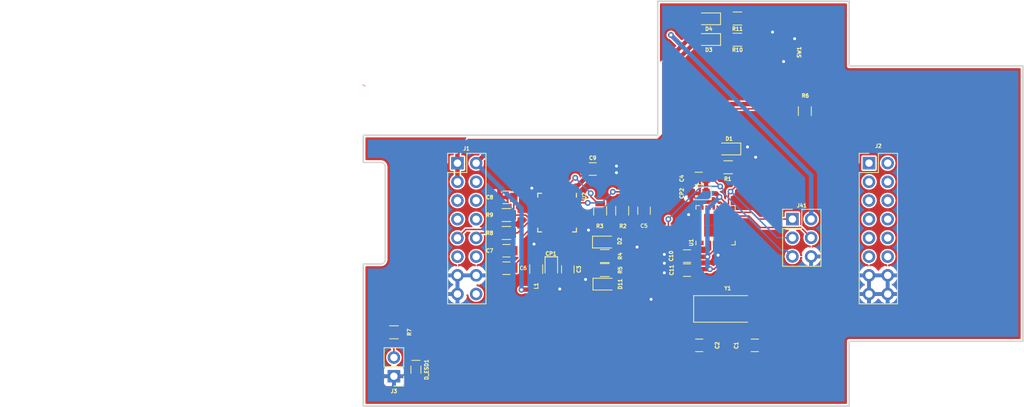
<source format=kicad_pcb>
(kicad_pcb (version 20171130) (host pcbnew 6.0.0-rc1-unknown-62e2fe8~66~ubuntu16.04.1)
  (layers (0 F.Cu signal) (31 B.Cu signal) (34 B.Paste user hide) (35 F.Paste user hide) (36 B.SilkS user hide) (37 F.SilkS user hide) (38 B.Mask user hide) (39 F.Mask user hide) (44 Edge.Cuts user))
  (net 0 "")
  (net 1 GND)
  (net 2 +5V)
  (net 3 VDD)
  (net 4 /USB_B+)
  (net 5 /USB_B-)
  (net 6 /D3)
  (net 7 /D1-TX)
  (net 8 /D0-RX)
  (net 9 /RESET)
  (net 10 /D13-SCK)
  (net 11 /D12-MISO)
  (net 12 /D11-MOSI)
  (net 13 "Net-(C1-Pad1)")
  (net 14 "Net-(C2-Pad1)")
  (net 15 /RX)
  (net 16 "Net-(C5-Pad1)")
  (net 17 /TX)
  (net 18 "Net-(D1-Pad2)")
  (net 19 "Net-(D2-Pad1)")
  (net 20 "Net-(D11-Pad1)")
  (net 21 "Net-(J3-Pad2)")
  (net 22 "Net-(R4-Pad1)")
  (net 23 "Net-(R5-Pad1)")
  (net 24 "Net-(C7-Pad1)")
  (net 25 "Net-(C8-Pad2)")
  (net 26 "Net-(D3-Pad1)")
  (net 27 "Net-(D4-Pad1)")
  (net 28 "Net-(C6-Pad2)")
  (net 29 /FT_VCC)
  (module MIR:C_0805 (layer F.Cu) (at 100.475001 157.4)
    (fp_text reference C9 (at 0 -1.5) (layer F.SilkS) (effects (font (size 0.5 0.5) (thickness 0.125))))
    (fp_text value 0.1uF)
    (pad 1 smd rect (at -1 0) (size 1 1.25) (layers F.Cu F.Paste F.Mask) (net 3 VDD))
    (pad 2 smd rect (at 1 0) (size 1 1.25) (layers F.Cu F.Paste F.Mask) (net 1 GND))
  )
  (module "MIR:EXTERNAL ELEMENT" (layer F.Cu) (at 109.45 157.95)
    (fp_text reference D5 hide)
    (fp_text value LED_IR)
  )
  (module MIR:Crystal_SMD_Abracon_ABM3-2pin_5.0x3.2mm_HandSoldering (layer F.Cu) (at 118.8085 176.403)
    (fp_text reference Y1 (at 0 -2.8) (layer F.SilkS) (effects (font (size 0.5 0.5) (thickness 0.125))))
    (fp_text value 16MHz)
    (pad 2 smd rect (at 2.7625 0) (size 3.325 2.4) (layers F.Cu F.Paste F.Mask) (net 13 "Net-(C1-Pad1)"))
    (pad 1 smd rect (at -2.7625 0) (size 3.325 2.4) (layers F.Cu F.Paste F.Mask) (net 14 "Net-(C2-Pad1)"))
  )
  (module MIR:C_0805 (layer F.Cu) (at 113.284 171.1325 180)
    (fp_text reference C11 (at 2.0955 0 270) (layer F.SilkS) (effects (font (size 0.5 0.5) (thickness 0.125))))
    (fp_text value 0.1uF)
    (pad 1 smd rect (at -1 0 180) (size 1 1.25) (layers F.Cu F.Paste F.Mask) (net 3 VDD))
    (pad 2 smd rect (at 1 0 180) (size 1 1.25) (layers F.Cu F.Paste F.Mask) (net 1 GND))
  )
  (module MIR:C_0805 (layer F.Cu) (at 113.284 169.2275 180)
    (fp_text reference C10 (at 2.159 0 270) (layer F.SilkS) (effects (font (size 0.5 0.5) (thickness 0.125))))
    (fp_text value 0.1uF)
    (pad 1 smd rect (at -1 0 180) (size 1 1.25) (layers F.Cu F.Paste F.Mask) (net 3 VDD))
    (pad 2 smd rect (at 1 0 180) (size 1 1.25) (layers F.Cu F.Paste F.Mask) (net 1 GND))
  )
  (module MIR:C_0805 (layer F.Cu) (at 107.442 163.068 270)
    (fp_text reference C5 (at 2.048 0) (layer F.SilkS) (effects (font (size 0.5 0.5) (thickness 0.1))))
    (fp_text value 0.1uF)
    (pad 1 smd rect (at -1 0 270) (size 1 1.25) (layers F.Cu F.Paste F.Mask) (net 16 "Net-(C5-Pad1)"))
    (pad 2 smd rect (at 1 0 270) (size 1 1.25) (layers F.Cu F.Paste F.Mask) (net 9 /RESET))
  )
  (module MIR:R_0805 (layer F.Cu) (at 88.753 163.655285)
    (fp_text reference R9 (at -2.2835 -0.0127) (layer F.SilkS) (effects (font (size 0.5 0.5) (thickness 0.125))))
    (fp_text value 27R)
    (pad 1 smd rect (at -0.95 0) (size 0.7 1.3) (layers F.Cu F.Paste F.Mask) (net 4 /USB_B+))
    (pad 2 smd rect (at 0.95 0) (size 0.7 1.3) (layers F.Cu F.Paste F.Mask) (net 25 "Net-(C8-Pad2)"))
  )
  (module MIR:R_0805 (layer F.Cu) (at 88.753 166.09057)
    (fp_text reference R8 (at -2.2835 0.0081) (layer F.SilkS) (effects (font (size 0.5 0.5) (thickness 0.125))))
    (fp_text value 27R)
    (pad 1 smd rect (at -0.95 0) (size 0.7 1.3) (layers F.Cu F.Paste F.Mask) (net 5 /USB_B-))
    (pad 2 smd rect (at 0.95 0) (size 0.7 1.3) (layers F.Cu F.Paste F.Mask) (net 24 "Net-(C7-Pad1)"))
  )
  (module MIR:C_0805 (layer F.Cu) (at 88.753 168.495855 180)
    (fp_text reference C7 (at 2.2835 0 180) (layer F.SilkS) (effects (font (size 0.5 0.5) (thickness 0.125))))
    (fp_text value 47pF)
    (pad 1 smd rect (at -1 0 180) (size 1 1.25) (layers F.Cu F.Paste F.Mask) (net 24 "Net-(C7-Pad1)"))
    (pad 2 smd rect (at 1 0 180) (size 1 1.25) (layers F.Cu F.Paste F.Mask) (net 1 GND))
  )
  (module MIR:C_0805 (layer F.Cu) (at 88.753 161.25)
    (fp_text reference C8 (at -2.2835 -0.0046) (layer F.SilkS) (effects (font (size 0.5 0.5) (thickness 0.125))))
    (fp_text value 47pF)
    (pad 1 smd rect (at -1 0) (size 1 1.25) (layers F.Cu F.Paste F.Mask) (net 1 GND))
    (pad 2 smd rect (at 1 0) (size 1 1.25) (layers F.Cu F.Paste F.Mask) (net 25 "Net-(C8-Pad2)"))
  )
  (module MIR:C_0805 (layer F.Cu) (at 88.753 170.87114)
    (fp_text reference C6 (at 2.2835 -0.0127) (layer F.SilkS) (effects (font (size 0.5 0.5) (thickness 0.1))))
    (fp_text value 0.1uF)
    (pad 1 smd rect (at -1 0) (size 1 1.25) (layers F.Cu F.Paste F.Mask) (net 1 GND))
    (pad 2 smd rect (at 1 0) (size 1 1.25) (layers F.Cu F.Paste F.Mask) (net 28 "Net-(C6-Pad2)"))
  )
  (module MIR:R_0805 (layer F.Cu) (at 92.8 171 270)
    (fp_text reference L1 (at 2.2835 0 270) (layer F.SilkS) (effects (font (size 0.5 0.5) (thickness 0.125))))
    (fp_text value BLM21PG221SN1D)
    (pad 1 smd rect (at -0.95 0 270) (size 0.7 1.3) (layers F.Cu F.Paste F.Mask) (net 29 /FT_VCC))
    (pad 2 smd rect (at 0.95 0 270) (size 0.7 1.3) (layers F.Cu F.Paste F.Mask) (net 3 VDD))
  )
  (module MIR:Pin_Header_Straight_2x08_Pitch2.54mm (layer F.Cu) (at 82.1 156.6)
    (fp_text reference J1 (at 1.212 -1.9775) (layer F.SilkS) (effects (font (size 0.5 0.5) (thickness 0.125))))
    (fp_text value CONN_02X08)
    (pad 16 thru_hole oval (at 2.54 17.78) (size 1.7 1.7) (drill 1) (layers *.Cu *.Mask))
    (pad 15 thru_hole oval (at 0 17.78) (size 1.7 1.7) (drill 1) (layers *.Cu *.Mask) (net 1 GND))
    (pad 14 thru_hole oval (at 2.54 15.24) (size 1.7 1.7) (drill 1) (layers *.Cu *.Mask) (net 1 GND))
    (pad 13 thru_hole oval (at 0 15.24) (size 1.7 1.7) (drill 1) (layers *.Cu *.Mask) (net 1 GND))
    (pad 12 thru_hole oval (at 2.54 12.7) (size 1.7 1.7) (drill 1) (layers *.Cu *.Mask))
    (pad 11 thru_hole oval (at 0 12.7) (size 1.7 1.7) (drill 1) (layers *.Cu *.Mask))
    (pad 10 thru_hole oval (at 2.54 10.16) (size 1.7 1.7) (drill 1) (layers *.Cu *.Mask) (net 5 /USB_B-))
    (pad 9 thru_hole oval (at 0 10.16) (size 1.7 1.7) (drill 1) (layers *.Cu *.Mask) (net 4 /USB_B+))
    (pad 8 thru_hole oval (at 2.54 7.62) (size 1.7 1.7) (drill 1) (layers *.Cu *.Mask))
    (pad 7 thru_hole oval (at 0 7.62) (size 1.7 1.7) (drill 1) (layers *.Cu *.Mask))
    (pad 6 thru_hole oval (at 2.54 5.08) (size 1.7 1.7) (drill 1) (layers *.Cu *.Mask))
    (pad 5 thru_hole oval (at 0 5.08) (size 1.7 1.7) (drill 1) (layers *.Cu *.Mask))
    (pad 4 thru_hole oval (at 2.54 2.54) (size 1.7 1.7) (drill 1) (layers *.Cu *.Mask))
    (pad 3 thru_hole oval (at 0 2.54) (size 1.7 1.7) (drill 1) (layers *.Cu *.Mask) (net 2 +5V))
    (pad 2 thru_hole oval (at 2.54 0) (size 1.7 1.7) (drill 1) (layers *.Cu *.Mask) (net 3 VDD))
    (pad 1 thru_hole rect (at 0 0) (size 1.7 1.7) (drill 1) (layers *.Cu *.Mask) (net 2 +5V))
  )
  (module MIR:D_0805 (layer F.Cu) (at 102.108 173.0375)
    (fp_text reference D11 (at 2.0955 0 -270) (layer F.SilkS) (effects (font (size 0.5 0.5) (thickness 0.125))))
    (fp_text value KPT-2012EC)
    (pad 2 smd rect (at 1.05 0) (size 0.8 0.9) (layers F.Cu F.Paste F.Mask) (net 3 VDD))
    (pad 1 smd rect (at -1.05 0) (size 0.8 0.9) (layers F.Cu F.Paste F.Mask) (net 20 "Net-(D11-Pad1)"))
  )
  (module MIR:R_0805 (layer F.Cu) (at 120.132425 136.957842 180)
    (fp_text reference R11 (at 0 -1.408658 180) (layer F.SilkS) (effects (font (size 0.5 0.5) (thickness 0.125))))
    (fp_text value 330R)
    (pad 1 smd rect (at -0.95 0 180) (size 0.7 1.3) (layers F.Cu F.Paste F.Mask) (net 1 GND))
    (pad 2 smd rect (at 0.95 0 180) (size 0.7 1.3) (layers F.Cu F.Paste F.Mask) (net 27 "Net-(D4-Pad1)"))
  )
  (module MIR:R_0805 (layer F.Cu) (at 120.132425 139.837842 180)
    (fp_text reference R10 (at 0 -1.386158 180) (layer F.SilkS) (effects (font (size 0.5 0.5) (thickness 0.125))))
    (fp_text value 330R)
    (pad 1 smd rect (at -0.95 0 180) (size 0.7 1.3) (layers F.Cu F.Paste F.Mask) (net 1 GND))
    (pad 2 smd rect (at 0.95 0 180) (size 0.7 1.3) (layers F.Cu F.Paste F.Mask) (net 26 "Net-(D3-Pad1)"))
  )
  (module MIR:D_0805 (layer F.Cu) (at 116.240925 136.999342 180)
    (fp_text reference D4 (at 0 -1.367158 180) (layer F.SilkS) (effects (font (size 0.5 0.5) (thickness 0.125))))
    (fp_text value KPT-2012EC)
    (pad 2 smd rect (at 1.05 0 180) (size 0.8 0.9) (layers F.Cu F.Paste F.Mask) (net 2 +5V))
    (pad 1 smd rect (at -1.05 0 180) (size 0.8 0.9) (layers F.Cu F.Paste F.Mask) (net 27 "Net-(D4-Pad1)"))
  )
  (module MIR:D_0805 (layer F.Cu) (at 116.240925 139.809342 180)
    (fp_text reference D3 (at 0 -1.414658 180) (layer F.SilkS) (effects (font (size 0.5 0.5) (thickness 0.125))))
    (fp_text value KPT-2012SGC)
    (pad 2 smd rect (at 1.05 0 180) (size 0.8 0.9) (layers F.Cu F.Paste F.Mask) (net 3 VDD))
    (pad 1 smd rect (at -1.05 0 180) (size 0.8 0.9) (layers F.Cu F.Paste F.Mask) (net 26 "Net-(D3-Pad1)"))
  )
  (module MIR:WQFN-32-1EP_5x5mm_Pitch0.5mm (layer F.Cu) (at 117.1575 165.0365 90)
    (fp_text reference U1 (at -2.3495 -3.302 90) (layer F.SilkS) (effects (font (size 0.5 0.5) (thickness 0.125))))
    (fp_text value ATmega328P-MU)
    (pad 33 smd rect (at 0.775 0.775 90) (size 1.55 1.55) (layers F.Cu F.Paste F.Mask))
    (pad 32 smd rect (at -1.75 -2.4 90) (size 0.25 0.6) (layers F.Cu F.Paste F.Mask))
    (pad 31 smd rect (at -1.25 -2.4 90) (size 0.25 0.6) (layers F.Cu F.Paste F.Mask) (net 7 /D1-TX))
    (pad 30 smd rect (at -0.75 -2.4 90) (size 0.25 0.6) (layers F.Cu F.Paste F.Mask) (net 8 /D0-RX))
    (pad 29 smd rect (at -0.25 -2.4 90) (size 0.25 0.6) (layers F.Cu F.Paste F.Mask) (net 9 /RESET))
    (pad 28 smd rect (at 0.25 -2.4 90) (size 0.25 0.6) (layers F.Cu F.Paste F.Mask))
    (pad 27 smd rect (at 0.75 -2.4 90) (size 0.25 0.6) (layers F.Cu F.Paste F.Mask))
    (pad 26 smd rect (at 1.25 -2.4 90) (size 0.25 0.6) (layers F.Cu F.Paste F.Mask))
    (pad 25 smd rect (at 1.75 -2.4 90) (size 0.25 0.6) (layers F.Cu F.Paste F.Mask))
    (pad 24 smd rect (at 2.4 -1.75 180) (size 0.25 0.6) (layers F.Cu F.Paste F.Mask))
    (pad 23 smd rect (at 2.4 -1.25 180) (size 0.25 0.6) (layers F.Cu F.Paste F.Mask))
    (pad 22 smd rect (at 2.4 -0.75 180) (size 0.25 0.6) (layers F.Cu F.Paste F.Mask))
    (pad 21 smd rect (at 2.4 -0.25 180) (size 0.25 0.6) (layers F.Cu F.Paste F.Mask) (net 1 GND))
    (pad 20 smd rect (at 2.4 0.25 180) (size 0.25 0.6) (layers F.Cu F.Paste F.Mask))
    (pad 19 smd rect (at 2.4 0.75 180) (size 0.25 0.6) (layers F.Cu F.Paste F.Mask))
    (pad 18 smd rect (at 2.4 1.25 180) (size 0.25 0.6) (layers F.Cu F.Paste F.Mask) (net 3 VDD))
    (pad 17 smd rect (at 2.4 1.75 180) (size 0.25 0.6) (layers F.Cu F.Paste F.Mask) (net 10 /D13-SCK))
    (pad 16 smd rect (at 1.75 2.4 90) (size 0.25 0.6) (layers F.Cu F.Paste F.Mask) (net 11 /D12-MISO))
    (pad 15 smd rect (at 1.25 2.4 90) (size 0.25 0.6) (layers F.Cu F.Paste F.Mask) (net 12 /D11-MOSI))
    (pad 14 smd rect (at 0.75 2.4 90) (size 0.25 0.6) (layers F.Cu F.Paste F.Mask))
    (pad 13 smd rect (at 0.25 2.4 90) (size 0.25 0.6) (layers F.Cu F.Paste F.Mask))
    (pad 12 smd rect (at -0.25 2.4 90) (size 0.25 0.6) (layers F.Cu F.Paste F.Mask))
    (pad 11 smd rect (at -0.75 2.4 90) (size 0.25 0.6) (layers F.Cu F.Paste F.Mask))
    (pad 10 smd rect (at -1.25 2.4 90) (size 0.25 0.6) (layers F.Cu F.Paste F.Mask))
    (pad 9 smd rect (at -1.75 2.4 90) (size 0.25 0.6) (layers F.Cu F.Paste F.Mask))
    (pad 8 smd rect (at -2.4 1.75 180) (size 0.25 0.6) (layers F.Cu F.Paste F.Mask) (net 13 "Net-(C1-Pad1)"))
    (pad 7 smd rect (at -2.4 1.25 180) (size 0.25 0.6) (layers F.Cu F.Paste F.Mask) (net 14 "Net-(C2-Pad1)"))
    (pad 6 smd rect (at -2.4 0.75 180) (size 0.25 0.6) (layers F.Cu F.Paste F.Mask) (net 3 VDD))
    (pad 5 smd rect (at -2.4 0.25 180) (size 0.25 0.6) (layers F.Cu F.Paste F.Mask) (net 1 GND))
    (pad 4 smd rect (at -2.4 -0.25 180) (size 0.25 0.6) (layers F.Cu F.Paste F.Mask) (net 3 VDD))
    (pad 3 smd rect (at -2.4 -0.75 180) (size 0.25 0.6) (layers F.Cu F.Paste F.Mask) (net 1 GND))
    (pad 2 smd rect (at -2.4 -1.25 180) (size 0.25 0.6) (layers F.Cu F.Paste F.Mask))
    (pad 1 smd rect (at -2.4 -1.75 180) (size 0.25 0.6) (layers F.Cu F.Paste F.Mask) (net 6 /D3))
    (pad 33 smd rect (at 0.775 -0.775 90) (size 1.55 1.55) (layers F.Cu F.Paste F.Mask))
    (pad 33 smd rect (at -0.775 -0.775 90) (size 1.55 1.55) (layers F.Cu F.Paste F.Mask))
    (pad 33 smd rect (at -0.775 0.775 90) (size 1.55 1.55) (layers F.Cu F.Paste F.Mask))
  )
  (module MIR:R_0805 (layer F.Cu) (at 102.108 171.1325)
    (fp_text reference R5 (at 2.0955 0 -270) (layer F.SilkS) (effects (font (size 0.5 0.5) (thickness 0.125))))
    (fp_text value 330R)
    (pad 1 smd rect (at -0.95 0) (size 0.7 1.3) (layers F.Cu F.Paste F.Mask) (net 23 "Net-(R5-Pad1)"))
    (pad 2 smd rect (at 0.95 0) (size 0.7 1.3) (layers F.Cu F.Paste F.Mask) (net 20 "Net-(D11-Pad1)"))
  )
  (module MIR:Pin_Header_Straight_1x02_Pitch2.54mm (layer F.Cu) (at 73.4695 185.547 180)
    (fp_text reference J3 (at 0 -2.032 180) (layer F.SilkS) (effects (font (size 0.5 0.5) (thickness 0.125))))
    (fp_text value CONN_01X02)
    (pad 2 thru_hole oval (at 0 2.54 180) (size 1.7 1.7) (drill 1) (layers *.Cu *.Mask) (net 21 "Net-(J3-Pad2)"))
    (pad 1 thru_hole rect (at 0 0 180) (size 1.7 1.7) (drill 1) (layers *.Cu *.Mask) (net 1 GND))
  )
  (module MIR:Pin_Header_Straight_2x08_Pitch2.54mm (layer F.Cu) (at 138 156.6)
    (fp_text reference J2 (at 1.27 -2.33) (layer F.SilkS) (effects (font (size 0.5 0.5) (thickness 0.125))))
    (fp_text value CONN_02X08)
    (pad 16 thru_hole oval (at 2.54 17.78) (size 1.7 1.7) (drill 1) (layers *.Cu *.Mask) (net 1 GND))
    (pad 15 thru_hole oval (at 0 17.78) (size 1.7 1.7) (drill 1) (layers *.Cu *.Mask) (net 1 GND))
    (pad 14 thru_hole oval (at 2.54 15.24) (size 1.7 1.7) (drill 1) (layers *.Cu *.Mask) (net 1 GND))
    (pad 13 thru_hole oval (at 0 15.24) (size 1.7 1.7) (drill 1) (layers *.Cu *.Mask) (net 1 GND))
    (pad 12 thru_hole oval (at 2.54 12.7) (size 1.7 1.7) (drill 1) (layers *.Cu *.Mask))
    (pad 11 thru_hole oval (at 0 12.7) (size 1.7 1.7) (drill 1) (layers *.Cu *.Mask))
    (pad 10 thru_hole oval (at 2.54 10.16) (size 1.7 1.7) (drill 1) (layers *.Cu *.Mask))
    (pad 9 thru_hole oval (at 0 10.16) (size 1.7 1.7) (drill 1) (layers *.Cu *.Mask))
    (pad 8 thru_hole oval (at 2.54 7.62) (size 1.7 1.7) (drill 1) (layers *.Cu *.Mask))
    (pad 7 thru_hole oval (at 0 7.62) (size 1.7 1.7) (drill 1) (layers *.Cu *.Mask))
    (pad 6 thru_hole oval (at 2.54 5.08) (size 1.7 1.7) (drill 1) (layers *.Cu *.Mask))
    (pad 5 thru_hole oval (at 0 5.08) (size 1.7 1.7) (drill 1) (layers *.Cu *.Mask))
    (pad 4 thru_hole oval (at 2.54 2.54) (size 1.7 1.7) (drill 1) (layers *.Cu *.Mask))
    (pad 3 thru_hole oval (at 0 2.54) (size 1.7 1.7) (drill 1) (layers *.Cu *.Mask))
    (pad 2 thru_hole oval (at 2.54 0) (size 1.7 1.7) (drill 1) (layers *.Cu *.Mask))
    (pad 1 thru_hole rect (at 0 0) (size 1.7 1.7) (drill 1) (layers *.Cu *.Mask))
  )
  (module MIR:D_0805 (layer F.Cu) (at 102.0445 167.3225)
    (fp_text reference D2 (at 2.0955 -0.127 -270) (layer F.SilkS) (effects (font (size 0.5 0.5) (thickness 0.125))))
    (fp_text value KPT-2012SGC)
    (pad 2 smd rect (at 1.05 0) (size 0.8 0.9) (layers F.Cu F.Paste F.Mask) (net 3 VDD))
    (pad 1 smd rect (at -1.05 0) (size 0.8 0.9) (layers F.Cu F.Paste F.Mask) (net 19 "Net-(D2-Pad1)"))
  )
  (module MIR:D_0805 (layer F.Cu) (at 118.98196 154.676027 180)
    (fp_text reference D1 (at -0.01704 1.387027 180) (layer F.SilkS) (effects (font (size 0.5 0.5) (thickness 0.125))))
    (fp_text value KPT-2012SGC)
    (pad 2 smd rect (at 1.05 0 180) (size 0.8 0.9) (layers F.Cu F.Paste F.Mask) (net 18 "Net-(D1-Pad2)"))
    (pad 1 smd rect (at -1.05 0 180) (size 0.8 0.9) (layers F.Cu F.Paste F.Mask) (net 1 GND))
  )
  (module MIR:DTSM-3 (layer F.Cu) (at 132.207 141.5415 270)
    (fp_text reference SW1 (at 0 3.683 270) (layer F.SilkS) (effects (font (size 0.5 0.5) (thickness 0.125))))
    (fp_text value SwitchPush)
    (pad 2 smd rect (at 4.4 0 270) (size 2 1.6) (layers F.Cu F.Paste F.Mask) (net 9 /RESET))
    (pad 1 smd rect (at -4.4 0 270) (size 2 1.6) (layers F.Cu F.Paste F.Mask) (net 1 GND))
  )
  (module MIR:R_0805 (layer F.Cu) (at 129.2805 149.5355 270)
    (fp_text reference R6 (at -2.091 -0.069) (layer F.SilkS) (effects (font (size 0.5 0.5) (thickness 0.125))))
    (fp_text value 1k1)
    (pad 1 smd rect (at -0.95 0 270) (size 0.7 1.3) (layers F.Cu F.Paste F.Mask) (net 3 VDD))
    (pad 2 smd rect (at 0.95 0 270) (size 0.7 1.3) (layers F.Cu F.Paste F.Mask) (net 9 /RESET))
  )
  (module MIR:R_0805 (layer F.Cu) (at 101.48325 163.068 270)
    (fp_text reference R3 (at 2.091 0.0505) (layer F.SilkS) (effects (font (size 0.5 0.5) (thickness 0.125))))
    (fp_text value 1k)
    (pad 1 smd rect (at -0.95 0 270) (size 0.7 1.3) (layers F.Cu F.Paste F.Mask) (net 17 /TX))
    (pad 2 smd rect (at 0.95 0 270) (size 0.7 1.3) (layers F.Cu F.Paste F.Mask) (net 7 /D1-TX))
  )
  (module MIR:R_0805 (layer F.Cu) (at 104.477625 163.068 270)
    (fp_text reference R2 (at 2.091 -0.099) (layer F.SilkS) (effects (font (size 0.5 0.5) (thickness 0.125))))
    (fp_text value 1k)
    (pad 1 smd rect (at -0.95 0 270) (size 0.7 1.3) (layers F.Cu F.Paste F.Mask) (net 15 /RX))
    (pad 2 smd rect (at 0.95 0 270) (size 0.7 1.3) (layers F.Cu F.Paste F.Mask) (net 8 /D0-RX))
  )
  (module MIR:R_0805 (layer F.Cu) (at 118.872 157.1625 180)
    (fp_text reference R1 (at 0.0635 -1.5875 180) (layer F.SilkS) (effects (font (size 0.5 0.5) (thickness 0.125))))
    (fp_text value 330R)
    (pad 1 smd rect (at -0.95 0 180) (size 0.7 1.3) (layers F.Cu F.Paste F.Mask) (net 10 /D13-SCK))
    (pad 2 smd rect (at 0.95 0 180) (size 0.7 1.3) (layers F.Cu F.Paste F.Mask) (net 18 "Net-(D1-Pad2)"))
  )
  (module MIR:Pin_Header_Straight_2x03_Pitch2.54mm (layer F.Cu) (at 127.6 164.2)
    (fp_text reference J41 (at 1.279 -1.836) (layer F.SilkS) (effects (font (size 0.5 0.5) (thickness 0.125))))
    (fp_text value CONN_02X03)
    (pad 1 thru_hole rect (at 0 0) (size 1.7 1.7) (drill 1) (layers *.Cu *.Mask) (net 11 /D12-MISO))
    (pad 2 thru_hole oval (at 2.54 0) (size 1.7 1.7) (drill 1) (layers *.Cu *.Mask) (net 2 +5V))
    (pad 3 thru_hole oval (at 0 2.54) (size 1.7 1.7) (drill 1) (layers *.Cu *.Mask) (net 10 /D13-SCK))
    (pad 4 thru_hole oval (at 2.54 2.54) (size 1.7 1.7) (drill 1) (layers *.Cu *.Mask) (net 12 /D11-MOSI))
    (pad 5 thru_hole oval (at 0 5.08) (size 1.7 1.7) (drill 1) (layers *.Cu *.Mask) (net 9 /RESET))
    (pad 6 thru_hole oval (at 2.54 5.08) (size 1.7 1.7) (drill 1) (layers *.Cu *.Mask) (net 1 GND))
  )
  (module MIR:SOD-523 (layer F.Cu) (at 76.454 184.658 270)
    (fp_text reference D_ESD1 (at 0 -1.45 270) (layer F.SilkS) (effects (font (size 0.5 0.5) (thickness 0.125))))
    (fp_text value ESD5B5.0S)
    (pad 1 smd rect (at -0.66 0 270) (size 0.48 0.4) (layers F.Cu F.Paste F.Mask) (net 6 /D3))
    (pad 2 smd rect (at 0.66 0 270) (size 0.48 0.4) (layers F.Cu F.Paste F.Mask) (net 1 GND))
  )
  (module MIR:C_T_0805 (layer F.Cu) (at 114.8715 160.7185 180)
    (fp_text reference CP2 (at 2.304 0.0055 90) (layer F.SilkS) (effects (font (size 0.5 0.5) (thickness 0.125))))
    (fp_text value 4.7uF)
    (pad 1 smd rect (at -1 0 180) (size 1 1.25) (layers F.Cu F.Paste F.Mask) (net 3 VDD))
    (pad 2 smd rect (at 1 0 180) (size 1 1.25) (layers F.Cu F.Paste F.Mask) (net 1 GND))
  )
  (module MIR:C_T_0805 (layer F.Cu) (at 94.85225 171.02254 270)
    (fp_text reference CP1 (at -2.12254 0.05225) (layer F.SilkS) (effects (font (size 0.5 0.5) (thickness 0.125))))
    (fp_text value 4.7uF)
    (pad 1 smd rect (at -1 0 270) (size 1 1.25) (layers F.Cu F.Paste F.Mask) (net 29 /FT_VCC))
    (pad 2 smd rect (at 1 0 270) (size 1 1.25) (layers F.Cu F.Paste F.Mask) (net 1 GND))
  )
  (module MIR:C_0805 (layer F.Cu) (at 114.8715 158.6865 180)
    (fp_text reference C4 (at 2.304 0.007387 270) (layer F.SilkS) (effects (font (size 0.5 0.5) (thickness 0.125))))
    (fp_text value 0.1uF)
    (pad 1 smd rect (at -1 0 180) (size 1 1.25) (layers F.Cu F.Paste F.Mask) (net 3 VDD))
    (pad 2 smd rect (at 1 0 180) (size 1 1.25) (layers F.Cu F.Paste F.Mask) (net 1 GND))
  )
  (module MIR:C_0805 (layer F.Cu) (at 97.0915 171.02254 270)
    (fp_text reference C3 (at 0 -1.5 270) (layer F.SilkS) (effects (font (size 0.5 0.5) (thickness 0.125))))
    (fp_text value 0.1uF)
    (pad 1 smd rect (at -1 0 270) (size 1 1.25) (layers F.Cu F.Paste F.Mask) (net 29 /FT_VCC))
    (pad 2 smd rect (at 1 0 270) (size 1 1.25) (layers F.Cu F.Paste F.Mask) (net 1 GND))
  )
  (module MIR:C_0805 (layer F.Cu) (at 114.935 181.356)
    (fp_text reference C2 (at 2.4535 0 -270) (layer F.SilkS) (effects (font (size 0.5 0.5) (thickness 0.125))))
    (fp_text value 18pF)
    (pad 1 smd rect (at -1 0) (size 1 1.25) (layers F.Cu F.Paste F.Mask) (net 14 "Net-(C2-Pad1)"))
    (pad 2 smd rect (at 1 0) (size 1 1.25) (layers F.Cu F.Paste F.Mask) (net 1 GND))
  )
  (module MIR:C_0805 (layer F.Cu) (at 122.4915 181.356 180)
    (fp_text reference C1 (at 2.517 0 -90) (layer F.SilkS) (effects (font (size 0.5 0.5) (thickness 0.125))))
    (fp_text value 18pF)
    (pad 1 smd rect (at -1 0 180) (size 1 1.25) (layers F.Cu F.Paste F.Mask) (net 13 "Net-(C1-Pad1)"))
    (pad 2 smd rect (at 1 0 180) (size 1 1.25) (layers F.Cu F.Paste F.Mask) (net 1 GND))
  )
  (module MIR:R_0805 (layer F.Cu) (at 102.108 169.2275)
    (fp_text reference R4 (at 2.0955 0 -270) (layer F.SilkS) (effects (font (size 0.5 0.5) (thickness 0.125))))
    (fp_text value 330R)
    (pad 1 smd rect (at -0.95 0) (size 0.7 1.3) (layers F.Cu F.Paste F.Mask) (net 22 "Net-(R4-Pad1)"))
    (pad 2 smd rect (at 0.95 0) (size 0.7 1.3) (layers F.Cu F.Paste F.Mask) (net 19 "Net-(D2-Pad1)"))
  )
  (module MIR:QFN-32-1EP_5x5mm_Pitch0.5mm (layer F.Cu) (at 95.631 163.322 270)
    (fp_text reference U2 (at -2.249 -3.7095 90) (layer F.SilkS) (effects (font (size 0.5 0.5) (thickness 0.125))))
    (fp_text value FT232RQ)
    (pad 33 smd rect (at -0.8625 -0.8625 270) (size 1.725 1.725) (layers F.Cu F.Paste F.Mask))
    (pad 33 smd rect (at -0.8625 0.8625 270) (size 1.725 1.725) (layers F.Cu F.Paste F.Mask))
    (pad 33 smd rect (at 0.8625 -0.8625 270) (size 1.725 1.725) (layers F.Cu F.Paste F.Mask))
    (pad 33 smd rect (at 0.8625 0.8625 270) (size 1.725 1.725) (layers F.Cu F.Paste F.Mask))
    (pad 32 smd rect (at -1.75 -2.4) (size 0.7 0.25) (layers F.Cu F.Paste F.Mask))
    (pad 31 smd rect (at -1.25 -2.4) (size 0.7 0.25) (layers F.Cu F.Paste F.Mask) (net 16 "Net-(C5-Pad1)"))
    (pad 30 smd rect (at -0.75 -2.4) (size 0.7 0.25) (layers F.Cu F.Paste F.Mask) (net 15 /RX))
    (pad 29 smd rect (at -0.25 -2.4) (size 0.7 0.25) (layers F.Cu F.Paste F.Mask))
    (pad 28 smd rect (at 0.25 -2.4) (size 0.7 0.25) (layers F.Cu F.Paste F.Mask))
    (pad 27 smd rect (at 0.75 -2.4) (size 0.7 0.25) (layers F.Cu F.Paste F.Mask))
    (pad 26 smd rect (at 1.25 -2.4) (size 0.7 0.25) (layers F.Cu F.Paste F.Mask) (net 1 GND))
    (pad 25 smd rect (at 1.75 -2.4) (size 0.7 0.25) (layers F.Cu F.Paste F.Mask))
    (pad 24 smd rect (at 2.4 -1.75 270) (size 0.7 0.25) (layers F.Cu F.Paste F.Mask) (net 1 GND))
    (pad 23 smd rect (at 2.4 -1.25 270) (size 0.7 0.25) (layers F.Cu F.Paste F.Mask))
    (pad 22 smd rect (at 2.4 -0.75 270) (size 0.7 0.25) (layers F.Cu F.Paste F.Mask) (net 22 "Net-(R4-Pad1)"))
    (pad 21 smd rect (at 2.4 -0.25 270) (size 0.7 0.25) (layers F.Cu F.Paste F.Mask) (net 23 "Net-(R5-Pad1)"))
    (pad 20 smd rect (at 2.4 0.25 270) (size 0.7 0.25) (layers F.Cu F.Paste F.Mask) (net 1 GND))
    (pad 19 smd rect (at 2.4 0.75 270) (size 0.7 0.25) (layers F.Cu F.Paste F.Mask) (net 29 /FT_VCC))
    (pad 18 smd rect (at 2.4 1.25 270) (size 0.7 0.25) (layers F.Cu F.Paste F.Mask))
    (pad 17 smd rect (at 2.4 1.75 270) (size 0.7 0.25) (layers F.Cu F.Paste F.Mask) (net 1 GND))
    (pad 16 smd rect (at 1.75 2.4) (size 0.7 0.25) (layers F.Cu F.Paste F.Mask) (net 28 "Net-(C6-Pad2)"))
    (pad 15 smd rect (at 1.25 2.4) (size 0.7 0.25) (layers F.Cu F.Paste F.Mask) (net 24 "Net-(C7-Pad1)"))
    (pad 14 smd rect (at 0.75 2.4) (size 0.7 0.25) (layers F.Cu F.Paste F.Mask) (net 25 "Net-(C8-Pad2)"))
    (pad 13 smd rect (at 0.25 2.4) (size 0.7 0.25) (layers F.Cu F.Paste F.Mask))
    (pad 12 smd rect (at -0.25 2.4) (size 0.7 0.25) (layers F.Cu F.Paste F.Mask))
    (pad 11 smd rect (at -0.75 2.4) (size 0.7 0.25) (layers F.Cu F.Paste F.Mask))
    (pad 10 smd rect (at -1.25 2.4) (size 0.7 0.25) (layers F.Cu F.Paste F.Mask))
    (pad 9 smd rect (at -1.75 2.4) (size 0.7 0.25) (layers F.Cu F.Paste F.Mask))
    (pad 8 smd rect (at -2.4 1.75 270) (size 0.7 0.25) (layers F.Cu F.Paste F.Mask))
    (pad 7 smd rect (at -2.4 1.25 270) (size 0.7 0.25) (layers F.Cu F.Paste F.Mask))
    (pad 6 smd rect (at -2.4 0.75 270) (size 0.7 0.25) (layers F.Cu F.Paste F.Mask))
    (pad 5 smd rect (at -2.4 0.25 270) (size 0.7 0.25) (layers F.Cu F.Paste F.Mask))
    (pad 4 smd rect (at -2.4 -0.25 270) (size 0.7 0.25) (layers F.Cu F.Paste F.Mask) (net 1 GND))
    (pad 3 smd rect (at -2.4 -0.75 270) (size 0.7 0.25) (layers F.Cu F.Paste F.Mask))
    (pad 2 smd rect (at -2.4 -1.25 270) (size 0.7 0.25) (layers F.Cu F.Paste F.Mask) (net 17 /TX))
    (pad 1 smd rect (at -2.4 -1.75 270) (size 0.7 0.25) (layers F.Cu F.Paste F.Mask) (net 3 VDD))
  )
  (module MIR:R_0805 (layer F.Cu) (at 73.4695 179.578)
    (fp_text reference R7 (at 2.0955 0 90) (layer F.SilkS) (effects (font (size 0.5 0.5) (thickness 0.125))))
    (fp_text value 330R)
    (pad 1 smd rect (at -0.95 0) (size 0.7 1.3) (layers F.Cu F.Paste F.Mask) (net 21 "Net-(J3-Pad2)"))
    (pad 2 smd rect (at 0.95 0) (size 0.7 1.3) (layers F.Cu F.Paste F.Mask) (net 6 /D3))
  )
  (gr_line (start 109.3 152.8) (end 109.3 134.6) (layer Edge.Cuts) (width 0.2))
  (gr_line (start 69.3 152.8) (end 109.3 152.8) (layer Edge.Cuts) (width 0.2))
  (gr_line (start 69.5325 146.1135) (end 69.2785 145.9865) (layer B.SilkS) (width 0.2))
  (gr_line (start 69.3 156.5) (end 69.3 152.8) (layer Edge.Cuts) (width 0.2))
  (gr_arc (start 71.7 169.7) (end 71.7 170.3) (angle -90) (layer Edge.Cuts) (width 0.2))
  (gr_arc (start 71.7 157.1) (end 72.3 157.1) (angle -90.9) (layer Edge.Cuts) (width 0.2))
  (gr_line (start 69.3 170.3) (end 71.7 170.3) (layer Edge.Cuts) (width 0.2))
  (gr_line (start 72.3 169.7) (end 72.3 157.1) (layer Edge.Cuts) (width 0.2))
  (gr_line (start 71.7 156.5) (end 69.3 156.5) (layer Edge.Cuts) (width 0.2))
  (gr_line (start 158.9 145.4) (end 158.9 145.4) (layer Edge.Cuts) (width 0.2))
  (gr_line (start 158.9 180.8) (end 158.9 143.4) (layer Edge.Cuts) (width 0.2))
  (gr_line (start 158.8 180.8) (end 158.9 180.8) (layer Edge.Cuts) (width 0.2))
  (gr_line (start 135.3 180.8) (end 158.8 180.8) (layer Edge.Cuts) (width 0.2))
  (gr_line (start 135.3 180.9) (end 135.3 180.8) (layer Edge.Cuts) (width 0.2))
  (gr_line (start 135.3 189.6) (end 135.3 180.9) (layer Edge.Cuts) (width 0.2))
  (gr_line (start 69.3 189.6) (end 135.3 189.6) (layer Edge.Cuts) (width 0.2))
  (gr_line (start 69.3 170.3) (end 69.3 189.6) (layer Edge.Cuts) (width 0.2))
  (gr_line (start 135.3 134.6) (end 109.3 134.6) (layer Edge.Cuts) (width 0.2))
  (gr_line (start 135.3 143.4) (end 135.3 134.6) (layer Edge.Cuts) (width 0.2))
  (gr_line (start 158.9 143.4) (end 135.3 143.4) (layer Edge.Cuts) (width 0.2))
  (segment (start 87.753 169.320855) (end 87.753 170.87114) (width 0.2) (layer F.Cu) (net 1))
  (segment (start 94.85225 172.02254) (end 97.0915 172.02254) (width 0.2) (layer F.Cu) (net 1))
  (segment (start 121.4915 181.356) (end 115.935 181.356) (width 0.2) (layer F.Cu) (net 1))
  (segment (start 116.4075 167.939594) (end 116.4075 167.4365) (width 0.2) (layer F.Cu) (net 1))
  (segment (start 116.1415 168.205594) (end 116.4075 167.939594) (width 0.2) (layer F.Cu) (net 1))
  (segment (start 112.284 169.1025) (end 112.284 169.2275) (width 0.2) (layer F.Cu) (net 1))
  (segment (start 113.180906 168.205594) (end 112.284 169.1025) (width 0.2) (layer F.Cu) (net 1))
  (segment (start 116.1415 168.205594) (end 113.180906 168.205594) (width 0.2) (layer F.Cu) (net 1))
  (segment (start 112.284 171.1325) (end 112.284 169.2275) (width 0.2) (layer F.Cu) (net 1))
  (segment (start 115.935 182.642) (end 115.935 181.356) (width 0.2) (layer F.Cu) (net 1))
  (segment (start 112.284 171.1325) (end 112.284 171.2575) (width 0.2) (layer F.Cu) (net 1))
  (segment (start 109.855 181.61) (end 112.395 184.15) (width 0.2) (layer F.Cu) (net 1))
  (segment (start 109.855 173.6865) (end 109.855 181.61) (width 0.2) (layer F.Cu) (net 1))
  (segment (start 112.284 171.2575) (end 109.855 173.6865) (width 0.2) (layer F.Cu) (net 1))
  (segment (start 112.395 184.15) (end 114.427 184.15) (width 0.2) (layer F.Cu) (net 1))
  (segment (start 114.427 184.15) (end 115.935 182.642) (width 0.2) (layer F.Cu) (net 1))
  (segment (start 82.1 156.6) (end 82.1 159.14) (width 0.6) (layer F.Cu) (net 2))
  (segment (start 109.373118 153.595496) (end 110.2 152.768614) (width 0.6) (layer F.Cu) (net 2))
  (segment (start 82.1 155.15) (end 83.654504 153.595496) (width 0.6) (layer F.Cu) (net 2))
  (segment (start 82.1 156.6) (end 82.1 155.15) (width 0.6) (layer F.Cu) (net 2))
  (segment (start 115.190925 138.049342) (end 115.190925 136.999342) (width 0.6) (layer F.Cu) (net 2))
  (segment (start 110.2 152.768614) (end 110.2 143.040267) (width 0.6) (layer F.Cu) (net 2))
  (segment (start 83.654504 153.595496) (end 109.373118 153.595496) (width 0.6) (layer F.Cu) (net 2))
  (via (at 116.395498 171.0055) (size 0.8) (drill 0.4) (layers F.Cu B.Cu) (net 3))
  (segment (start 115.184433 152.4635) (end 112.014 152.4635) (width 0.6) (layer F.Cu) (net 3))
  (segment (start 119.062433 148.5855) (end 115.184433 152.4635) (width 0.6) (layer F.Cu) (net 3))
  (segment (start 129.2805 148.5855) (end 119.062433 148.5855) (width 0.6) (layer F.Cu) (net 3))
  (segment (start 115.8715 158.6865) (end 115.8715 160.7185) (width 0.6) (layer F.Cu) (net 3))
  (segment (start 115.8715 153.150567) (end 115.8715 158.6865) (width 0.6) (layer F.Cu) (net 3))
  (segment (start 115.184433 152.4635) (end 115.8715 153.150567) (width 0.6) (layer F.Cu) (net 3))
  (segment (start 104.158 171.9875) (end 104.158 168.436) (width 0.6) (layer F.Cu) (net 3))
  (segment (start 103.0945 167.3725) (end 103.0945 167.3225) (width 0.6) (layer F.Cu) (net 3))
  (segment (start 103.158 173.0375) (end 103.158 172.9875) (width 0.6) (layer F.Cu) (net 3))
  (segment (start 103.158 172.9875) (end 104.158 171.9875) (width 0.6) (layer F.Cu) (net 3))
  (segment (start 104.158 168.436) (end 103.0945 167.3725) (width 0.6) (layer F.Cu) (net 3))
  (segment (start 114.538 171.3865) (end 114.284 171.1325) (width 0.6) (layer F.Cu) (net 3))
  (segment (start 116.459 170.941998) (end 116.395498 171.0055) (width 0.6) (layer F.Cu) (net 3))
  (segment (start 114.411 171.0055) (end 114.284 171.1325) (width 0.6) (layer F.Cu) (net 3))
  (segment (start 116.395498 171.0055) (end 114.411 171.0055) (width 0.6) (layer F.Cu) (net 3))
  (segment (start 116.8995 168.4695) (end 116.458488 168.910512) (width 0.2) (layer F.Cu) (net 3))
  (segment (start 116.8995 167.373) (end 116.8995 168.4695) (width 0.2) (layer F.Cu) (net 3))
  (segment (start 115.492804 169.310511) (end 116.058489 169.310511) (width 0.6) (layer F.Cu) (net 3))
  (via (at 116.058489 169.310511) (size 0.8) (drill 0.4) (layers F.Cu B.Cu) (net 3))
  (segment (start 114.284 169.2275) (end 114.367011 169.310511) (width 0.6) (layer F.Cu) (net 3))
  (segment (start 116.058489 170.668491) (end 116.395498 171.0055) (width 0.6) (layer B.Cu) (net 3))
  (segment (start 116.058489 169.310511) (end 116.058489 170.668491) (width 0.6) (layer B.Cu) (net 3))
  (segment (start 84.64 156.6) (end 86.744494 154.495506) (width 0.6) (layer F.Cu) (net 3))
  (segment (start 112.014 152.4635) (end 111.9365 152.4635) (width 0.6) (layer F.Cu) (net 3))
  (segment (start 114.762158 139.809342) (end 115.190925 139.809342) (width 0.6) (layer F.Cu) (net 3))
  (segment (start 111.1 143.4715) (end 114.762158 139.809342) (width 0.6) (layer F.Cu) (net 3))
  (segment (start 111.1 151.5495) (end 111.1 143.4715) (width 0.6) (layer F.Cu) (net 3))
  (segment (start 87.70943 166.09057) (end 87.803 166.09057) (width 0.2) (layer F.Cu) (net 5))
  (segment (start 87.753 161.125) (end 87.753 161.25) (width 0.2) (layer F.Cu) (net 1))
  (segment (start 87.753 168.495855) (end 87.753 169.320855) (width 0.2) (layer F.Cu) (net 1))
  (via (at 117.499968 169.103904) (size 0.8) (drill 0.4) (layers F.Cu B.Cu) (net 1))
  (segment (start 117.4075 169.011436) (end 117.499968 169.103904) (width 0.2) (layer F.Cu) (net 1))
  (segment (start 117.4075 169.020994) (end 117.417058 169.020994) (width 0.2) (layer F.Cu) (net 1))
  (segment (start 117.4075 167.4365) (end 117.4075 169.011436) (width 0.2) (layer F.Cu) (net 1))
  (segment (start 117.417058 169.020994) (end 117.499968 169.103904) (width 0.2) (layer F.Cu) (net 1))
  (segment (start 113.8715 160.7185) (end 113.8715 159.8935) (width 0.2) (layer F.Cu) (net 1))
  (segment (start 113.8715 159.8935) (end 113.8715 158.6865) (width 0.2) (layer F.Cu) (net 1))
  (segment (start 113.8715 160.8435) (end 113.8715 160.7185) (width 0.2) (layer F.Cu) (net 1))
  (segment (start 116.9075 162.6365) (end 116.9075 162.1365) (width 0.2) (layer F.Cu) (net 1))
  (segment (start 116.9075 162.1365) (end 116.414501 161.643501) (width 0.2) (layer F.Cu) (net 1))
  (segment (start 116.414501 161.643501) (end 114.671501 161.643501) (width 0.2) (layer F.Cu) (net 1))
  (segment (start 114.671501 161.643501) (end 113.8715 160.8435) (width 0.2) (layer F.Cu) (net 1))
  (via (at 106.5 168) (size 0.8) (drill 0.4) (layers F.Cu B.Cu) (net 1))
  (via (at 108.4 175.1) (size 0.8) (drill 0.4) (layers F.Cu B.Cu) (net 1))
  (via (at 92.2 160) (size 0.8) (drill 0.4) (layers F.Cu B.Cu) (net 1))
  (via (at 99.5 172.4) (size 0.8) (drill 0.4) (layers F.Cu B.Cu) (net 1))
  (via (at 113.5 163.6) (size 0.8) (drill 0.4) (layers F.Cu B.Cu) (net 1))
  (via (at 103.7 157.9) (size 0.8) (drill 0.4) (layers F.Cu B.Cu) (net 1))
  (via (at 103.7 157) (size 0.8) (drill 0.4) (layers F.Cu B.Cu) (net 1))
  (via (at 121.5 154.4) (size 0.8) (drill 0.4) (layers F.Cu B.Cu) (net 1))
  (via (at 122.6 155.8) (size 0.8) (drill 0.4) (layers F.Cu B.Cu) (net 1))
  (via (at 110.2 169) (size 0.8) (drill 0.4) (layers F.Cu B.Cu) (net 1))
  (via (at 110.2 170.2) (size 0.8) (drill 0.4) (layers F.Cu B.Cu) (net 1))
  (via (at 110.2 171.5) (size 0.8) (drill 0.4) (layers F.Cu B.Cu) (net 1))
  (via (at 96 173.7) (size 0.8) (drill 0.4) (layers F.Cu B.Cu) (net 1))
  (via (at 92.5 167.6) (size 0.8) (drill 0.4) (layers F.Cu B.Cu) (net 1))
  (via (at 99.9 165.7) (size 0.8) (drill 0.4) (layers F.Cu B.Cu) (net 1))
  (via (at 124.9 138.8) (size 0.8) (drill 0.4) (layers F.Cu B.Cu) (net 1))
  (via (at 127.9 139.7) (size 0.8) (drill 0.4) (layers F.Cu B.Cu) (net 1))
  (via (at 126.4 142.8) (size 0.8) (drill 0.4) (layers F.Cu B.Cu) (net 1))
  (segment (start 130.14 164.2) (end 130.14 158.24) (width 0.6) (layer B.Cu) (net 2))
  (via (at 111.1 139.2) (size 0.8) (drill 0.4) (layers F.Cu B.Cu) (net 2))
  (segment (start 130.14 158.24) (end 111.1 139.2) (width 0.6) (layer B.Cu) (net 2))
  (segment (start 111.1 139.2) (end 112.440267 140.540267) (width 0.6) (layer F.Cu) (net 2))
  (segment (start 112.440267 140.540267) (end 112.440267 140.8) (width 0.6) (layer F.Cu) (net 2))
  (segment (start 110.2 143.040267) (end 112.440267 140.8) (width 0.6) (layer F.Cu) (net 2))
  (segment (start 112.440267 140.8) (end 115.190925 138.049342) (width 0.6) (layer F.Cu) (net 2))
  (segment (start 114.367011 169.310511) (end 115.492804 169.310511) (width 0.6) (layer F.Cu) (net 3))
  (segment (start 116.458488 168.910512) (end 116.058489 169.310511) (width 0.2) (layer F.Cu) (net 3))
  (segment (start 118.199978 169.766705) (end 116.961183 171.0055) (width 0.2) (layer F.Cu) (net 3))
  (segment (start 118.199978 168.729976) (end 118.199978 169.766705) (width 0.2) (layer F.Cu) (net 3))
  (segment (start 117.9155 168.445496) (end 118.199978 168.729976) (width 0.2) (layer F.Cu) (net 3))
  (segment (start 117.9155 167.373) (end 117.9155 168.445496) (width 0.2) (layer F.Cu) (net 3))
  (segment (start 116.961183 171.0055) (end 116.395498 171.0055) (width 0.2) (layer F.Cu) (net 3))
  (segment (start 118.4145 161.904464) (end 118.097421 161.587385) (width 0.2) (layer F.Cu) (net 3))
  (segment (start 117.228536 160.7185) (end 117.297423 160.787387) (width 0.6) (layer F.Cu) (net 3))
  (segment (start 118.4145 162.715) (end 118.4145 161.904464) (width 0.2) (layer F.Cu) (net 3))
  (segment (start 118.097421 161.587385) (end 117.697422 161.187386) (width 0.2) (layer F.Cu) (net 3))
  (segment (start 117.297423 161.587385) (end 117.697422 161.187386) (width 0.6) (layer B.Cu) (net 3))
  (via (at 117.697422 161.187386) (size 0.8) (drill 0.4) (layers F.Cu B.Cu) (net 3))
  (segment (start 116.058489 169.310511) (end 116.058489 162.826319) (width 0.6) (layer B.Cu) (net 3))
  (segment (start 116.058489 162.826319) (end 117.297423 161.587385) (width 0.6) (layer B.Cu) (net 3))
  (segment (start 117.297423 160.787387) (end 117.697422 161.187386) (width 0.6) (layer F.Cu) (net 3))
  (segment (start 115.8715 160.7185) (end 117.228536 160.7185) (width 0.6) (layer F.Cu) (net 3))
  (segment (start 103.158 173.0875) (end 103.158 173.0375) (width 0.6) (layer F.Cu) (net 3))
  (segment (start 93.9 175.1) (end 101.1455 175.1) (width 0.6) (layer F.Cu) (net 3))
  (segment (start 101.1455 175.1) (end 103.158 173.0875) (width 0.6) (layer F.Cu) (net 3))
  (segment (start 92.583 171.9555) (end 92.583 173.783) (width 0.6) (layer F.Cu) (net 3))
  (segment (start 92.583 173.783) (end 93.9 175.1) (width 0.6) (layer F.Cu) (net 3))
  (via (at 90.8 173.8) (size 0.8) (drill 0.4) (layers F.Cu B.Cu) (net 3))
  (segment (start 92.583 173.783) (end 90.817 173.783) (width 0.6) (layer F.Cu) (net 3))
  (segment (start 90.817 173.783) (end 90.8 173.8) (width 0.6) (layer F.Cu) (net 3))
  (segment (start 90.8 162.76) (end 84.64 156.6) (width 0.6) (layer B.Cu) (net 3))
  (segment (start 90.8 173.8) (end 90.8 162.76) (width 0.6) (layer B.Cu) (net 3))
  (segment (start 99.475001 158.625) (end 99.475001 157.4) (width 0.6) (layer F.Cu) (net 3))
  (segment (start 99.001001 159.099) (end 99.475001 158.625) (width 0.6) (layer F.Cu) (net 3))
  (segment (start 86.744494 154.495506) (end 99.5 154.495506) (width 0.6) (layer F.Cu) (net 3))
  (segment (start 99.475001 154.520505) (end 99.5 154.495506) (width 0.6) (layer F.Cu) (net 3))
  (segment (start 99.475001 157.4) (end 99.475001 154.520505) (width 0.6) (layer F.Cu) (net 3))
  (segment (start 97.4095 161.105285) (end 97.4095 160.3905) (width 0.2) (layer F.Cu) (net 3))
  (segment (start 97.4095 160.3905) (end 98.137392 159.662607) (width 0.2) (layer F.Cu) (net 3))
  (segment (start 98.437394 159.662607) (end 99.475001 158.625) (width 0.6) (layer F.Cu) (net 3))
  (segment (start 98.137392 159.662607) (end 98.437394 159.662607) (width 0.6) (layer F.Cu) (net 3))
  (segment (start 111.1635 152.4635) (end 111.1 152.4) (width 0.6) (layer F.Cu) (net 3))
  (segment (start 111.9365 152.4635) (end 111.1635 152.4635) (width 0.6) (layer F.Cu) (net 3))
  (segment (start 111.1 151.5495) (end 111.1 152.4) (width 0.6) (layer F.Cu) (net 3))
  (segment (start 101.288315 154.495506) (end 99.5 154.495506) (width 0.6) (layer F.Cu) (net 3))
  (segment (start 109.904494 154.495506) (end 101.288315 154.495506) (width 0.6) (layer F.Cu) (net 3))
  (segment (start 111.1 152.4) (end 111.1 153.3) (width 0.6) (layer F.Cu) (net 3))
  (segment (start 111.1 153.3) (end 109.904494 154.495506) (width 0.6) (layer F.Cu) (net 3))
  (segment (start 83.250001 165.609999) (end 82.949999 165.910001) (width 0.2) (layer F.Cu) (net 4))
  (segment (start 86.698286 165.609999) (end 83.250001 165.609999) (width 0.2) (layer F.Cu) (net 4))
  (segment (start 87.803 164.505285) (end 86.698286 165.609999) (width 0.2) (layer F.Cu) (net 4))
  (segment (start 82.949999 165.910001) (end 82.1 166.76) (width 0.2) (layer F.Cu) (net 4))
  (segment (start 87.803 163.655285) (end 87.803 164.505285) (width 0.2) (layer F.Cu) (net 4))
  (segment (start 85.30943 166.09057) (end 84.64 166.76) (width 0.2) (layer F.Cu) (net 5))
  (segment (start 87.803 166.09057) (end 85.30943 166.09057) (width 0.2) (layer F.Cu) (net 5))
  (segment (start 78.8275 178.689) (end 76.454 181.0625) (width 0.2) (layer F.Cu) (net 6))
  (segment (start 115.4075 167.4365) (end 115.4075 167.5765) (width 0.2) (layer F.Cu) (net 6))
  (segment (start 115.4075 167.5765) (end 112.8395 167.5765) (width 0.2) (layer F.Cu) (net 6))
  (segment (start 112.8395 167.5765) (end 112.268 168.148) (width 0.2) (layer F.Cu) (net 6))
  (segment (start 112.268 168.148) (end 109.437502 168.148) (width 0.2) (layer F.Cu) (net 6))
  (segment (start 109.437502 168.148) (end 98.896502 178.689) (width 0.2) (layer F.Cu) (net 6))
  (segment (start 98.896502 178.689) (end 78.8275 178.689) (width 0.2) (layer F.Cu) (net 6))
  (segment (start 76.454 181.0625) (end 76.454 181.7) (width 0.2) (layer F.Cu) (net 6))
  (segment (start 74.4195 179.578) (end 74.9695 179.578) (width 0.2) (layer F.Cu) (net 6))
  (segment (start 74.9695 179.578) (end 76.454 181.0625) (width 0.2) (layer F.Cu) (net 6))
  (segment (start 76.454 183.998) (end 76.454 181.7) (width 0.2) (layer F.Cu) (net 6))
  (segment (start 101.48325 164.018) (end 101.48325 164.568) (width 0.2) (layer F.Cu) (net 7))
  (segment (start 102.07875 165.1635) (end 104.3305 165.1635) (width 0.2) (layer F.Cu) (net 7))
  (segment (start 101.48325 164.568) (end 102.07875 165.1635) (width 0.2) (layer F.Cu) (net 7))
  (segment (start 104.3305 165.1635) (end 105.283 166.116) (width 0.2) (layer F.Cu) (net 7))
  (segment (start 114.2575 166.2865) (end 114.7575 166.2865) (width 0.2) (layer F.Cu) (net 7))
  (segment (start 105.283 166.116) (end 114.087 166.116) (width 0.2) (layer F.Cu) (net 7))
  (segment (start 114.087 166.116) (end 114.2575 166.2865) (width 0.2) (layer F.Cu) (net 7))
  (segment (start 105.327625 164.018) (end 104.477625 164.018) (width 0.2) (layer F.Cu) (net 8))
  (segment (start 106.996135 165.68651) (end 105.327625 164.018) (width 0.2) (layer F.Cu) (net 8))
  (segment (start 114.192508 165.68651) (end 106.996135 165.68651) (width 0.2) (layer F.Cu) (net 8))
  (segment (start 114.217499 165.711501) (end 114.192508 165.68651) (width 0.2) (layer F.Cu) (net 8))
  (segment (start 114.7575 165.7865) (end 114.682501 165.711501) (width 0.2) (layer F.Cu) (net 8))
  (segment (start 114.682501 165.711501) (end 114.217499 165.711501) (width 0.2) (layer F.Cu) (net 8))
  (segment (start 132.207 148.409) (end 132.207 145.9415) (width 0.2) (layer F.Cu) (net 9))
  (segment (start 130.1305 150.4855) (end 132.207 148.409) (width 0.2) (layer F.Cu) (net 9))
  (segment (start 129.2805 150.4855) (end 130.1305 150.4855) (width 0.2) (layer F.Cu) (net 9))
  (segment (start 108.267 164.068) (end 109.4855 165.2865) (width 0.2) (layer F.Cu) (net 9))
  (segment (start 110.744 165.2865) (end 114.7575 165.2865) (width 0.2) (layer F.Cu) (net 9))
  (segment (start 107.442 164.068) (end 108.267 164.068) (width 0.2) (layer F.Cu) (net 9))
  (segment (start 109.4855 165.2865) (end 110.744 165.2865) (width 0.2) (layer F.Cu) (net 9))
  (segment (start 110.744 165.2865) (end 110.744 164.211) (width 0.2) (layer F.Cu) (net 9))
  (via (at 110.744 164.211) (size 0.8) (drill 0.4) (layers F.Cu B.Cu) (net 9))
  (segment (start 115.192012 159.762988) (end 117.792464 159.762988) (width 0.2) (layer B.Cu) (net 9))
  (via (at 117.792464 159.762988) (size 0.8) (drill 0.4) (layers F.Cu B.Cu) (net 9))
  (segment (start 110.744 164.211) (end 115.192012 159.762988) (width 0.2) (layer B.Cu) (net 9))
  (segment (start 116.9035 158.874024) (end 117.792464 159.762988) (width 0.2) (layer F.Cu) (net 9))
  (segment (start 129.2805 150.4855) (end 127.4985 150.4855) (width 0.2) (layer F.Cu) (net 9))
  (segment (start 126.238 149.225) (end 119.507 149.225) (width 0.2) (layer F.Cu) (net 9))
  (segment (start 119.507 149.225) (end 116.9035 151.8285) (width 0.2) (layer F.Cu) (net 9))
  (segment (start 127.4985 150.4855) (end 126.238 149.225) (width 0.2) (layer F.Cu) (net 9))
  (segment (start 116.9035 151.8285) (end 116.9035 158.874024) (width 0.2) (layer F.Cu) (net 9))
  (segment (start 118.219616 160.190142) (end 117.792464 159.762988) (width 0.2) (layer B.Cu) (net 9))
  (segment (start 118.219616 160.628688) (end 118.219616 160.190142) (width 0.2) (layer B.Cu) (net 9))
  (segment (start 127.6 169.28) (end 126.750001 168.430001) (width 0.2) (layer B.Cu) (net 9))
  (segment (start 126.020896 168.430001) (end 118.219616 160.628688) (width 0.2) (layer B.Cu) (net 9))
  (segment (start 126.750001 168.430001) (end 126.020896 168.430001) (width 0.2) (layer B.Cu) (net 9))
  (segment (start 118.9075 162.6365) (end 118.9075 160.749187) (width 0.2) (layer F.Cu) (net 10))
  (segment (start 118.9075 160.749187) (end 119.189499 160.467188) (width 0.2) (layer F.Cu) (net 10))
  (segment (start 119.822 157.1625) (end 119.822 159.834687) (width 0.2) (layer F.Cu) (net 10))
  (via (at 119.189499 160.467188) (size 0.8) (drill 0.4) (layers F.Cu B.Cu) (net 10))
  (segment (start 119.822 159.834687) (end 119.189499 160.467188) (width 0.2) (layer F.Cu) (net 10))
  (segment (start 119.267188 160.467188) (end 119.189499 160.467188) (width 0.2) (layer B.Cu) (net 10))
  (segment (start 127.6 166.74) (end 125.54 166.74) (width 0.2) (layer B.Cu) (net 10))
  (segment (start 125.54 166.74) (end 119.267188 160.467188) (width 0.2) (layer B.Cu) (net 10))
  (segment (start 122.0865 163.2865) (end 120.0575 163.2865) (width 0.2) (layer F.Cu) (net 11))
  (segment (start 127.6 164.2) (end 123 164.2) (width 0.2) (layer F.Cu) (net 11))
  (segment (start 120.0575 163.2865) (end 119.5575 163.2865) (width 0.2) (layer F.Cu) (net 11))
  (segment (start 123 164.2) (end 122.0865 163.2865) (width 0.2) (layer F.Cu) (net 11))
  (segment (start 123.250001 165.350001) (end 121.6865 163.7865) (width 0.2) (layer F.Cu) (net 12))
  (segment (start 121.6865 163.7865) (end 119.5575 163.7865) (width 0.2) (layer F.Cu) (net 12))
  (segment (start 130.14 166.74) (end 128.750001 165.350001) (width 0.2) (layer F.Cu) (net 12))
  (segment (start 128.750001 165.350001) (end 123.250001 165.350001) (width 0.2) (layer F.Cu) (net 12))
  (segment (start 123.4915 180.531) (end 123.3 180.3395) (width 0.2) (layer F.Cu) (net 13))
  (segment (start 123.4915 181.356) (end 123.4915 180.531) (width 0.2) (layer F.Cu) (net 13))
  (segment (start 123.3 180.3395) (end 123.3 180.2) (width 0.2) (layer F.Cu) (net 13))
  (segment (start 121.571 178.471) (end 121.571 176.403) (width 0.2) (layer F.Cu) (net 13))
  (segment (start 123.3 180.2) (end 121.571 178.471) (width 0.2) (layer F.Cu) (net 13))
  (segment (start 120.4595 176.403) (end 120.6085 176.403) (width 0.2) (layer F.Cu) (net 13))
  (segment (start 118.9075 167.6115) (end 119 167.704) (width 0.2) (layer F.Cu) (net 13))
  (segment (start 118.9075 167.4365) (end 118.9075 167.6115) (width 0.2) (layer F.Cu) (net 13))
  (segment (start 119 174.9435) (end 120.4595 176.403) (width 0.2) (layer F.Cu) (net 13))
  (segment (start 119 167.704) (end 119 174.9435) (width 0.2) (layer F.Cu) (net 13))
  (segment (start 116.046 179.12) (end 116.046 176.403) (width 0.2) (layer F.Cu) (net 14))
  (segment (start 113.935 181.356) (end 113.935 181.231) (width 0.2) (layer F.Cu) (net 14))
  (segment (start 113.935 181.231) (end 116.046 179.12) (width 0.2) (layer F.Cu) (net 14))
  (segment (start 118.4075 167.9365) (end 118.4075 167.4365) (width 0.2) (layer F.Cu) (net 14))
  (segment (start 118.599989 172.449011) (end 118.599989 168.564287) (width 0.2) (layer F.Cu) (net 14))
  (segment (start 118.599989 168.564287) (end 118.4075 168.371797) (width 0.2) (layer F.Cu) (net 14))
  (segment (start 118.4075 168.371797) (end 118.4075 167.9365) (width 0.2) (layer F.Cu) (net 14))
  (segment (start 116.046 176.403) (end 116.046 175.003) (width 0.2) (layer F.Cu) (net 14))
  (segment (start 116.046 175.003) (end 118.599989 172.449011) (width 0.2) (layer F.Cu) (net 14))
  (segment (start 104.477625 162.118) (end 103.627625 162.118) (width 0.2) (layer F.Cu) (net 15))
  (segment (start 98.5063 162.572) (end 98.031 162.572) (width 0.2) (layer F.Cu) (net 15))
  (segment (start 98.9343 163) (end 98.5063 162.572) (width 0.2) (layer F.Cu) (net 15))
  (segment (start 102.745625 163) (end 98.9343 163) (width 0.2) (layer F.Cu) (net 15))
  (segment (start 103.627625 162.118) (end 102.745625 163) (width 0.2) (layer F.Cu) (net 15))
  (segment (start 98.035 162.068) (end 98.031 162.072) (width 0.2) (layer F.Cu) (net 16))
  (via (at 103.2 160.5) (size 0.8) (drill 0.4) (layers F.Cu B.Cu) (net 16))
  (via (at 99.8 162) (size 0.8) (drill 0.4) (layers F.Cu B.Cu) (net 16))
  (segment (start 103.2 160.5) (end 101.7 162) (width 0.2) (layer B.Cu) (net 16))
  (segment (start 101.7 162) (end 99.8 162) (width 0.2) (layer B.Cu) (net 16))
  (segment (start 99.8 162) (end 99.7 161.9) (width 0.2) (layer F.Cu) (net 16))
  (segment (start 98.103 162) (end 98.031 162.072) (width 0.2) (layer F.Cu) (net 16))
  (segment (start 99.8 162) (end 98.103 162) (width 0.2) (layer F.Cu) (net 16))
  (segment (start 107.442 161.368) (end 107.442 162.068) (width 0.2) (layer F.Cu) (net 16))
  (segment (start 106.574 160.5) (end 107.442 161.368) (width 0.2) (layer F.Cu) (net 16))
  (segment (start 103.2 160.5) (end 106.574 160.5) (width 0.2) (layer F.Cu) (net 16))
  (via (at 100.2 160.7) (size 0.8) (drill 0.4) (layers F.Cu B.Cu) (net 17))
  (segment (start 100.2 161.13475) (end 100.2 160.7) (width 0.2) (layer F.Cu) (net 17))
  (segment (start 101.48325 162.118) (end 101.18325 162.118) (width 0.2) (layer F.Cu) (net 17))
  (segment (start 101.18325 162.118) (end 100.2 161.13475) (width 0.2) (layer F.Cu) (net 17))
  (via (at 98.1 158.599996) (size 0.8) (drill 0.4) (layers F.Cu B.Cu) (net 17))
  (segment (start 96.881 159.818996) (end 97.700001 158.999995) (width 0.2) (layer F.Cu) (net 17))
  (segment (start 100.2 160.7) (end 98.1 158.6) (width 0.2) (layer B.Cu) (net 17))
  (segment (start 97.700001 158.999995) (end 98.1 158.599996) (width 0.2) (layer F.Cu) (net 17))
  (segment (start 98.1 158.6) (end 98.1 158.599996) (width 0.2) (layer B.Cu) (net 17))
  (segment (start 96.881 160.922) (end 96.881 159.818996) (width 0.2) (layer F.Cu) (net 17))
  (segment (start 117.922 154.685987) (end 117.93196 154.676027) (width 0.2) (layer F.Cu) (net 18))
  (segment (start 117.922 157.1625) (end 117.922 154.685987) (width 0.2) (layer F.Cu) (net 18))
  (segment (start 101.453 167.3225) (end 100.9945 167.3225) (width 0.2) (layer F.Cu) (net 19))
  (segment (start 103.058 168.9275) (end 101.453 167.3225) (width 0.2) (layer F.Cu) (net 19))
  (segment (start 103.058 169.2275) (end 103.058 168.9275) (width 0.2) (layer F.Cu) (net 19))
  (segment (start 101.453 173.0375) (end 101.058 173.0375) (width 0.2) (layer F.Cu) (net 20))
  (segment (start 103.058 171.4325) (end 101.453 173.0375) (width 0.2) (layer F.Cu) (net 20))
  (segment (start 103.058 171.1325) (end 103.058 171.4325) (width 0.2) (layer F.Cu) (net 20))
  (segment (start 72.5195 180.854919) (end 72.5195 179.578) (width 0.2) (layer F.Cu) (net 21))
  (segment (start 73.4695 183.007) (end 73.4695 181.804919) (width 0.2) (layer F.Cu) (net 21))
  (segment (start 73.4695 181.804919) (end 72.5195 180.854919) (width 0.2) (layer F.Cu) (net 21))
  (segment (start 100.608 169.2275) (end 101.158 169.2275) (width 0.2) (layer F.Cu) (net 22))
  (segment (start 98.024415 167.822515) (end 99.203015 167.822515) (width 0.2) (layer F.Cu) (net 22))
  (segment (start 96.381 165.722) (end 96.381 166.1791) (width 0.2) (layer F.Cu) (net 22))
  (segment (start 99.203015 167.822515) (end 100.608 169.2275) (width 0.2) (layer F.Cu) (net 22))
  (segment (start 96.381 166.1791) (end 98.024415 167.822515) (width 0.2) (layer F.Cu) (net 22))
  (segment (start 101.158 170.8325) (end 101.158 171.1325) (width 0.2) (layer F.Cu) (net 23))
  (segment (start 98.548026 168.222526) (end 101.158 170.8325) (width 0.2) (layer F.Cu) (net 23))
  (segment (start 95.881 166.2448) (end 97.858726 168.222526) (width 0.2) (layer F.Cu) (net 23))
  (segment (start 95.881 165.722) (end 95.881 166.2448) (width 0.2) (layer F.Cu) (net 23))
  (segment (start 97.858726 168.222526) (end 98.548026 168.222526) (width 0.2) (layer F.Cu) (net 23))
  (segment (start 89.703 168.445855) (end 89.753 168.495855) (width 0.2) (layer F.Cu) (net 24))
  (segment (start 89.703 166.09057) (end 89.703 168.445855) (width 0.2) (layer F.Cu) (net 24))
  (segment (start 92.681 164.572) (end 93.231 164.572) (width 0.2) (layer F.Cu) (net 24))
  (segment (start 91.77157 164.572) (end 92.681 164.572) (width 0.2) (layer F.Cu) (net 24))
  (segment (start 90.253 166.09057) (end 91.77157 164.572) (width 0.2) (layer F.Cu) (net 24))
  (segment (start 89.703 166.09057) (end 90.253 166.09057) (width 0.2) (layer F.Cu) (net 24))
  (segment (start 89.753 163.605285) (end 89.703 163.655285) (width 0.2) (layer F.Cu) (net 25))
  (segment (start 89.753 161.25) (end 89.753 163.605285) (width 0.2) (layer F.Cu) (net 25))
  (segment (start 89.703 163.694) (end 89.703 163.655285) (width 0.2) (layer F.Cu) (net 25))
  (segment (start 92.681 164.072) (end 93.231 164.072) (width 0.2) (layer F.Cu) (net 25))
  (segment (start 91.772 164.072) (end 92.681 164.072) (width 0.2) (layer F.Cu) (net 25))
  (segment (start 89.703 163.655285) (end 91.355285 163.655285) (width 0.2) (layer F.Cu) (net 25))
  (segment (start 91.355285 163.655285) (end 91.772 164.072) (width 0.2) (layer F.Cu) (net 25))
  (segment (start 119.153925 139.809342) (end 119.182425 139.837842) (width 0.2) (layer F.Cu) (net 26))
  (segment (start 117.290925 139.809342) (end 119.153925 139.809342) (width 0.2) (layer F.Cu) (net 26))
  (segment (start 119.140925 136.999342) (end 119.182425 136.957842) (width 0.2) (layer F.Cu) (net 27))
  (segment (start 117.290925 136.999342) (end 119.140925 136.999342) (width 0.2) (layer F.Cu) (net 27))
  (segment (start 89.753 170.547) (end 89.753 170.87114) (width 0.2) (layer F.Cu) (net 28))
  (segment (start 90.7 169.6) (end 89.753 170.547) (width 0.2) (layer F.Cu) (net 28))
  (segment (start 90.7 166.8) (end 90.7 169.6) (width 0.2) (layer F.Cu) (net 28))
  (segment (start 93.231 165.072) (end 92.428 165.072) (width 0.2) (layer F.Cu) (net 28))
  (segment (start 92.428 165.072) (end 90.7 166.8) (width 0.2) (layer F.Cu) (net 28))
  (segment (start 94.81929 170.0555) (end 94.85225 170.02254) (width 0.2) (layer F.Cu) (net 29))
  (segment (start 92.583 170.0555) (end 94.81929 170.0555) (width 0.2) (layer F.Cu) (net 29))
  (segment (start 94.85225 170.02254) (end 97.0915 170.02254) (width 0.2) (layer F.Cu) (net 29))
  (segment (start 94.85225 169.32254) (end 94.85225 170.02254) (width 0.2) (layer F.Cu) (net 29))
  (segment (start 94.881 165.722) (end 94.881 169.29379) (width 0.2) (layer F.Cu) (net 29))
  (segment (start 94.881 169.29379) (end 94.85225 169.32254) (width 0.2) (layer F.Cu) (net 29))
  (zone (net 1) (net_name GND) (layer B.Cu) (connect_pads (clearance 0.508)) (min_thickness 0.254) (fill yes (arc_segments 16) (thermal_gap 0.508) (thermal_bridge_width 0.508))
    (polygon (pts (xy 69.3 134.6) (xy 135.3 134.6) (xy 135.3 143.4) (xy 158.9 143.4) (xy 158.9 180.8) (xy 135.3 180.8) (xy 135.3 189.6) (xy 69.3 189.6)))
  )
  (zone (net 1) (net_name GND) (layer F.Cu) (connect_pads (clearance 0.2)) (min_thickness 0.2) (fill yes (arc_segments 16) (thermal_gap 0.508) (thermal_bridge_width 0.508))
    (polygon (pts (xy 69.3 134.6) (xy 135.3 134.6) (xy 135.3 143.4) (xy 158.9 143.4) (xy 158.9 180.8) (xy 135.3 180.8) (xy 135.3 189.6) (xy 69.3 189.6)))
  )
)
</source>
